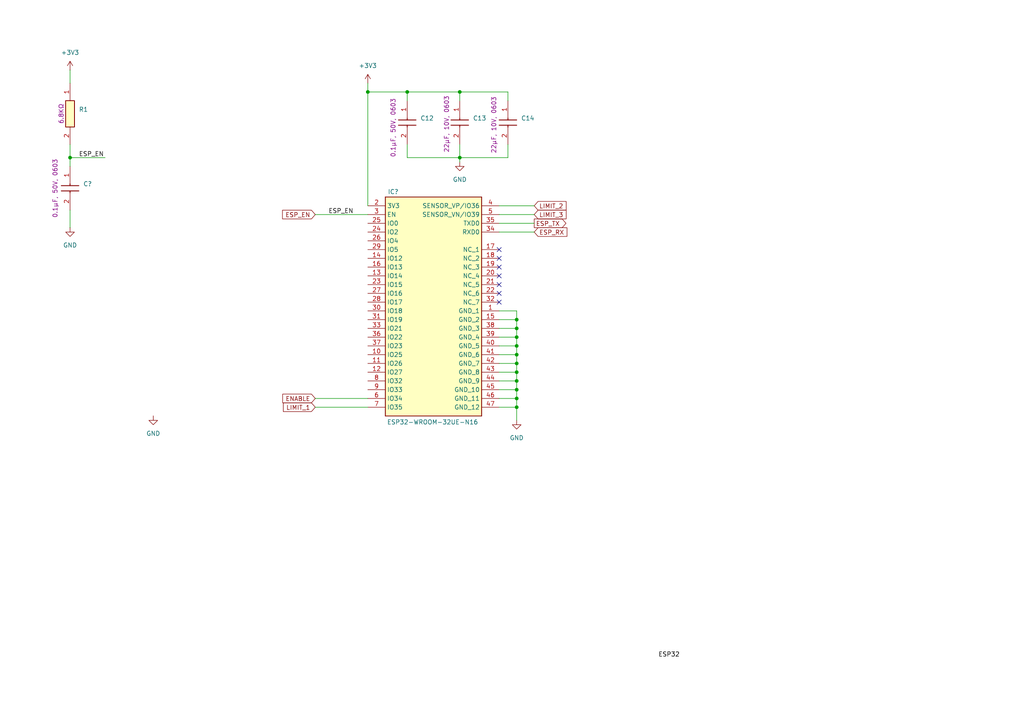
<source format=kicad_sch>
(kicad_sch (version 20250114) (generator "eeschema") (generator_version "9.0")
  (paper "A4")
  (lib_symbols
    (symbol "COMPONENTS:CC0603104050AAAX7R" (pin_names (hide yes))
      (property "Reference" "C" (at 4.826 4.572 0))
      (property "Val" "0.1µF, 50V, 0603" (at 4.826 -4.318 0))
      (symbol "CC0603104050AAAX7R_1_1"
        (polyline (pts (xy 5.08 0) (xy 5.588 0)) (stroke (width 0.254)))
        (polyline (pts (xy 5.588 2.54) (xy 5.588 -2.54)) (stroke (width 0.254)))
        (polyline (pts (xy 7.112 2.54) (xy 7.112 -2.54)) (stroke (width 0.254)))
        (polyline (pts (xy 7.112 0) (xy 7.62 0)) (stroke (width 0.254)))
        (pin passive line (at 0 0 0) (length 5.08) (name "1") (number "1"))
        (pin passive line (at 12.7 0 180) (length 5.08) (name "2") (number "2"))
      )
    )
    (symbol "COMPONENTS:CC0603226010AABX5R" (pin_names (hide yes))
      (property "Reference" "C" (at 4.826 4.572 0))
      (property "Val" "22µF, 10V, 0603" (at 4.826 -4.318 0))
      (symbol "CC0603226010AABX5R_1_1"
        (polyline (pts (xy 5.08 0) (xy 5.588 0)) (stroke (width 0.254)))
        (polyline (pts (xy 5.588 2.54) (xy 5.588 -2.54)) (stroke (width 0.254)))
        (polyline (pts (xy 7.112 2.54) (xy 7.112 -2.54)) (stroke (width 0.254)))
        (polyline (pts (xy 7.112 0) (xy 7.62 0)) (stroke (width 0.254)))
        (pin passive line (at 0 0 0) (length 5.08) (name "1") (number "1"))
        (pin passive line (at 12.7 0 180) (length 5.08) (name "2") (number "2"))
      )
    )
    (symbol "COMPONENTS:ESP32-WROOM-32UE-N16"
      (property "Reference" "IC" (at 5.334 2.032 0))
      (property "Value" "ESP32-WROOM-32UE-N16" (at 5.334 -64.516 0))
      (symbol "ESP32-WROOM-32UE-N16_1_1"
        (rectangle (start 5.08 0) (end 33.02 -63.5) (stroke (width 0.254)) (fill (type background)))
        (pin passive line (at 0 -2.54 0) (length 5.08) (name "3V3") (number "2"))
        (pin passive line (at 0 -5.08 0) (length 5.08) (name "EN") (number "3"))
        (pin bidirectional line (at 0 -7.62 0) (length 5.08) (name "IO0") (number "25"))
        (pin bidirectional line (at 0 -10.16 0) (length 5.08) (name "IO2") (number "24"))
        (pin bidirectional line (at 0 -12.7 0) (length 5.08) (name "IO4") (number "26"))
        (pin bidirectional line (at 0 -15.24 0) (length 5.08) (name "IO5") (number "29"))
        (pin bidirectional line (at 0 -17.78 0) (length 5.08) (name "IO12") (number "14"))
        (pin bidirectional line (at 0 -20.32 0) (length 5.08) (name "IO13") (number "16"))
        (pin bidirectional line (at 0 -22.86 0) (length 5.08) (name "IO14") (number "13"))
        (pin bidirectional line (at 0 -25.4 0) (length 5.08) (name "IO15") (number "23"))
        (pin bidirectional line (at 0 -27.94 0) (length 5.08) (name "IO16") (number "27"))
        (pin bidirectional line (at 0 -30.48 0) (length 5.08) (name "IO17") (number "28"))
        (pin bidirectional line (at 0 -33.02 0) (length 5.08) (name "IO18") (number "30"))
        (pin bidirectional line (at 0 -35.56 0) (length 5.08) (name "IO19") (number "31"))
        (pin bidirectional line (at 0 -38.1 0) (length 5.08) (name "IO21") (number "33"))
        (pin bidirectional line (at 0 -40.64 0) (length 5.08) (name "IO22") (number "36"))
        (pin bidirectional line (at 0 -43.18 0) (length 5.08) (name "IO23") (number "37"))
        (pin bidirectional line (at 0 -45.72 0) (length 5.08) (name "IO25") (number "10"))
        (pin bidirectional line (at 0 -48.26 0) (length 5.08) (name "IO26") (number "11"))
        (pin bidirectional line (at 0 -50.8 0) (length 5.08) (name "IO27") (number "12"))
        (pin bidirectional line (at 0 -53.34 0) (length 5.08) (name "IO32") (number "8"))
        (pin bidirectional line (at 0 -55.88 0) (length 5.08) (name "IO33") (number "9"))
        (pin bidirectional line (at 0 -58.42 0) (length 5.08) (name "IO34") (number "6"))
        (pin bidirectional line (at 0 -60.96 0) (length 5.08) (name "IO35") (number "7"))
        (pin input line (at 38.1 -2.54 180) (length 5.08) (name "SENSOR_VP/IO36") (number "4"))
        (pin input line (at 38.1 -5.08 180) (length 5.08) (name "SENSOR_VN/IO39") (number "5"))
        (pin passive line (at 38.1 -7.62 180) (length 5.08) (name "TXD0") (number "35"))
        (pin passive line (at 38.1 -10.16 180) (length 5.08) (name "RXD0") (number "34"))
        (pin passive line (at 38.1 -15.24 180) (length 5.08) (name "NC_1") (number "17"))
        (pin passive line (at 38.1 -17.78 180) (length 5.08) (name "NC_2") (number "18"))
        (pin passive line (at 38.1 -20.32 180) (length 5.08) (name "NC_3") (number "19"))
        (pin passive line (at 38.1 -22.86 180) (length 5.08) (name "NC_4") (number "20"))
        (pin passive line (at 38.1 -25.4 180) (length 5.08) (name "NC_5") (number "21"))
        (pin passive line (at 38.1 -27.94 180) (length 5.08) (name "NC_6") (number "22"))
        (pin passive line (at 38.1 -30.48 180) (length 5.08) (name "NC_7") (number "32"))
        (pin passive line (at 38.1 -33.02 180) (length 5.08) (name "GND_1") (number "1"))
        (pin passive line (at 38.1 -35.56 180) (length 5.08) (name "GND_2") (number "15"))
        (pin passive line (at 38.1 -38.1 180) (length 5.08) (name "GND_3") (number "38"))
        (pin passive line (at 38.1 -40.64 180) (length 5.08) (name "GND_4") (number "39"))
        (pin passive line (at 38.1 -43.18 180) (length 5.08) (name "GND_5") (number "40"))
        (pin passive line (at 38.1 -45.72 180) (length 5.08) (name "GND_6") (number "41"))
        (pin passive line (at 38.1 -48.26 180) (length 5.08) (name "GND_7") (number "42"))
        (pin passive line (at 38.1 -50.8 180) (length 5.08) (name "GND_8") (number "43"))
        (pin passive line (at 38.1 -53.34 180) (length 5.08) (name "GND_9") (number "44"))
        (pin passive line (at 38.1 -55.88 180) (length 5.08) (name "GND_10") (number "45"))
        (pin passive line (at 38.1 -58.42 180) (length 5.08) (name "GND_11") (number "46"))
        (pin passive line (at 38.1 -60.96 180) (length 5.08) (name "GND_12") (number "47"))
      )
    )
    (symbol "COMPONENTS:RC0603682075AAA" (pin_names (hide yes))
      (property "Reference" "R" (at 5.08 3.048 0))
      (property "Val" "6.8KΩ" (at 8.89 -2.54 0))
      (symbol "RC0603682075AAA_1_1"
        (rectangle (start 5.08 1.27) (end 12.7 -1.27) (stroke (width 0.254)) (fill (type background)))
        (pin passive line (at 0 0 0) (length 5.08) (name "1") (number "1"))
        (pin passive line (at 17.78 0 180) (length 5.08) (name "2") (number "2"))
      )
    )
    (symbol "power:+3V3" (power) (pin_numbers (hide yes)) (pin_names (offset 0) (hide yes))
      (property "Value" "+3V3" (at 0 3.556 0))
      (symbol "+3V3_0_1"
        (polyline (pts (xy -0.762 1.27) (xy 0 2.54)))
        (polyline (pts (xy 0 2.54) (xy 0.762 1.27)))
        (polyline (pts (xy 0 0) (xy 0 2.54)))
      )
      (symbol "+3V3_1_1"
        (pin power_in line (at 0 0 90) (length 0) (name "~") (number "1"))
      )
    )
    (symbol "power:GND" (power) (pin_numbers (hide yes)) (pin_names (offset 0) (hide yes))
      (property "Value" "GND" (at 0 -3.81 0))
      (symbol "GND_0_1"
        (polyline (pts (xy 0 0) (xy 0 -1.27) (xy 1.27 -1.27) (xy 0 -2.54) (xy -1.27 -1.27) (xy 0 -1.27)))
      )
      (symbol "GND_1_1"
        (pin power_in line (at 0 0 270) (length 0) (name "~") (number "1"))
      )
    )
  )
  (text "ESP32" (exclude_from_sim yes) (at 194.056 189.992 0) (effects (font (size 1.27 1.27))))
  (junction (at 149.86 115.57))
  (junction (at 149.86 110.49))
  (junction (at 20.32 45.72))
  (junction (at 149.86 107.95))
  (junction (at 118.11 26.67))
  (junction (at 149.86 102.87))
  (junction (at 149.86 113.03))
  (junction (at 133.35 45.72))
  (junction (at 149.86 118.11))
  (junction (at 149.86 97.79))
  (junction (at 149.86 105.41))
  (junction (at 133.35 26.67))
  (junction (at 149.86 92.71))
  (junction (at 149.86 100.33))
  (junction (at 106.68 26.67))
  (junction (at 149.86 95.25))
  (no_connect (at 144.78 82.55))
  (no_connect (at 144.78 72.39))
  (no_connect (at 144.78 80.01))
  (no_connect (at 144.78 85.09))
  (no_connect (at 144.78 74.93))
  (no_connect (at 144.78 87.63))
  (no_connect (at 144.78 77.47))
  (wire (pts (xy 144.78 115.57) (xy 149.86 115.57)))
  (wire (pts (xy 147.32 26.67) (xy 133.35 26.67)))
  (wire (pts (xy 149.86 107.95) (xy 149.86 110.49)))
  (wire (pts (xy 91.44 118.11) (xy 106.68 118.11)))
  (wire (pts (xy 144.78 118.11) (xy 149.86 118.11)))
  (wire (pts (xy 144.78 110.49) (xy 149.86 110.49)))
  (wire (pts (xy 149.86 95.25) (xy 149.86 97.79)))
  (wire (pts (xy 149.86 90.17) (xy 149.86 92.71)))
  (wire (pts (xy 118.11 41.91) (xy 118.11 45.72)))
  (wire (pts (xy 144.78 97.79) (xy 149.86 97.79)))
  (wire (pts (xy 20.32 41.91) (xy 20.32 45.72)))
  (wire (pts (xy 91.44 115.57) (xy 106.68 115.57)))
  (wire (pts (xy 149.86 102.87) (xy 149.86 105.41)))
  (wire (pts (xy 149.86 92.71) (xy 149.86 95.25)))
  (wire (pts (xy 144.78 100.33) (xy 149.86 100.33)))
  (wire (pts (xy 144.78 92.71) (xy 149.86 92.71)))
  (wire (pts (xy 20.32 20.32) (xy 20.32 24.13)))
  (wire (pts (xy 20.32 45.72) (xy 30.48 45.72)))
  (wire (pts (xy 149.86 118.11) (xy 149.86 121.92)))
  (wire (pts (xy 20.32 60.96) (xy 20.32 66.04)))
  (wire (pts (xy 118.11 26.67) (xy 118.11 29.21)))
  (wire (pts (xy 91.44 62.23) (xy 106.68 62.23)))
  (wire (pts (xy 149.86 100.33) (xy 149.86 102.87)))
  (wire (pts (xy 149.86 97.79) (xy 149.86 100.33)))
  (wire (pts (xy 20.32 45.72) (xy 20.32 48.26)))
  (wire (pts (xy 106.68 26.67) (xy 118.11 26.67)))
  (wire (pts (xy 149.86 110.49) (xy 149.86 113.03)))
  (wire (pts (xy 154.94 67.31) (xy 144.78 67.31)))
  (wire (pts (xy 144.78 102.87) (xy 149.86 102.87)))
  (wire (pts (xy 133.35 29.21) (xy 133.35 26.67)))
  (wire (pts (xy 144.78 107.95) (xy 149.86 107.95)))
  (wire (pts (xy 147.32 29.21) (xy 147.32 26.67)))
  (wire (pts (xy 133.35 41.91) (xy 133.35 45.72)))
  (wire (pts (xy 144.78 59.69) (xy 154.94 59.69)))
  (wire (pts (xy 144.78 90.17) (xy 149.86 90.17)))
  (wire (pts (xy 144.78 105.41) (xy 149.86 105.41)))
  (wire (pts (xy 133.35 26.67) (xy 118.11 26.67)))
  (wire (pts (xy 149.86 115.57) (xy 149.86 118.11)))
  (wire (pts (xy 133.35 45.72) (xy 133.35 46.99)))
  (wire (pts (xy 149.86 105.41) (xy 149.86 107.95)))
  (wire (pts (xy 149.86 113.03) (xy 149.86 115.57)))
  (wire (pts (xy 144.78 95.25) (xy 149.86 95.25)))
  (wire (pts (xy 144.78 64.77) (xy 154.94 64.77)))
  (wire (pts (xy 144.78 62.23) (xy 154.94 62.23)))
  (wire (pts (xy 106.68 24.13) (xy 106.68 26.67)))
  (wire (pts (xy 118.11 45.72) (xy 133.35 45.72)))
  (wire (pts (xy 147.32 41.91) (xy 147.32 45.72)))
  (wire (pts (xy 106.68 26.67) (xy 106.68 59.69)))
  (wire (pts (xy 147.32 45.72) (xy 133.35 45.72)))
  (wire (pts (xy 144.78 113.03) (xy 149.86 113.03)))
  (label "ESP_EN" (at 95.25 62.23 0))
  (label "ESP_EN" (at 22.86 45.72 0))
  (global_label "ESP_TX" (shape output) (at 154.94 64.77 0) (property "Intersheetrefs" "${INTERSHEET_REFS}" (effects (hide yes))))
  (global_label "LIMIT_3" (shape input) (at 154.94 62.23 0) (property "Intersheetrefs" "${INTERSHEET_REFS}" (effects (hide yes))))
  (global_label "ENABLE" (shape input) (at 91.44 115.57 180) (property "Intersheetrefs" "${INTERSHEET_REFS}" (effects (hide yes))))
  (global_label "LIMIT_1" (shape input) (at 91.44 118.11 180) (property "Intersheetrefs" "${INTERSHEET_REFS}" (effects (hide yes))))
  (global_label "ESP_RX" (shape input) (at 154.94 67.31 0) (property "Intersheetrefs" "${INTERSHEET_REFS}" (effects (hide yes))))
  (global_label "LIMIT_2" (shape input) (at 154.94 59.69 0) (property "Intersheetrefs" "${INTERSHEET_REFS}" (effects (hide yes))))
  (global_label "ESP_EN" (shape input) (at 91.44 62.23 180) (property "Intersheetrefs" "${INTERSHEET_REFS}" (effects (hide yes))))
  (symbol (lib_id "power:+3V3") (at 106.68 24.13 0) (unit 1)
    (property "Reference" "#PWR16" (effects (hide yes)))
    (property "Value" "+3V3" (at 106.68 19.05 0))
    (property "Description" "Power symbol creates a global label with name \"+3V3\"" (effects (hide yes)))
  )
  (symbol (lib_id "power:GND") (at 133.35 46.99 0) (unit 1)
    (property "Reference" "#PWR?" (effects (hide yes)))
    (property "Value" "GND" (at 133.35 52.07 0))
    (property "Description" "Power symbol creates a global label with name \"GND\" , ground" (effects (hide yes)))
  )
  (symbol (lib_id "COMPONENTS:CC0603226010AABX5R") (at 147.32 29.21 270) (unit 1)
    (property "Reference" "C14" (at 151.13 34.2899 90) (effects (justify left)))
    (property "Value" "CC0603226010AABX5R" (effects (hide yes)))
    (property "Footprint" "COMPONENTS:CAP-0603" (effects (hide yes)))
    (property "Description" "Capacitor, Chip, 0603, 22µF, 10V, 20%, X5R, -55°C to 85°C, RoHS" (effects (hide yes)))
    (property "Manufacturer 1" "Murata" (effects (hide yes)))
    (property "Manufacturer 1 P/N" "GRM188R61A226ME15D" (effects (hide yes)))
    (property "Vendor 1a" "Mouser" (effects (hide yes)))
    (property "Vendor 1a P/N" "81-GRM188R61A226ME5D" (effects (hide yes)))
    (property "Vendor 1a Cost LV" "0.10" (effects (hide yes)))
    (property "Vendor 1a Cost HV" "0.023" (effects (hide yes)))
    (property "Val" "22µF, 10V, 0603" (at 143.256 27.94 0) (effects (justify left)))
  )
  (symbol (lib_id "power:GND") (at 44.45 120.65 0) (unit 1)
    (property "Reference" "#PWR?" (effects (hide yes)))
    (property "Value" "GND" (at 44.45 125.73 0))
    (property "Description" "Power symbol creates a global label with name \"GND\" , ground" (effects (hide yes)))
  )
  (symbol (lib_id "COMPONENTS:CC0603104050AAAX7R") (at 118.11 29.21 270) (unit 1)
    (property "Reference" "C12" (at 121.92 34.2899 90) (effects (justify left)))
    (property "Value" "CC0603104050AAAX7R" (effects (hide yes)))
    (property "Footprint" "COMPONENTS:CAP-0603" (effects (hide yes)))
    (property "Description" "Capacitor, Chip, 0603, 10µF, 50V, 10%, X7R, -55°C to 125°C, RoHS" (effects (hide yes)))
    (property "Manufacturer 1" "Yageo" (effects (hide yes)))
    (property "Manufacturer 1 P/N" "CC0603KRX7R9BB104" (effects (hide yes)))
    (property "Vendor 1a" "Mouser" (effects (hide yes)))
    (property "Vendor 1a P/N" "603-CC603KRX7R9BB104" (effects (hide yes)))
    (property "Vendor 1a Cost LV" "0.10" (effects (hide yes)))
    (property "Vendor 1a Cost HV" "0.012" (effects (hide yes)))
    (property "Val" "0.1µF, 50V, 0603" (at 114.046 28.448 0) (effects (justify left)))
  )
  (symbol (lib_id "power:GND") (at 149.86 121.92 0) (unit 1)
    (property "Reference" "#PWR?" (effects (hide yes)))
    (property "Value" "GND" (at 149.86 127 0))
    (property "Description" "Power symbol creates a global label with name \"GND\" , ground" (effects (hide yes)))
  )
  (symbol (lib_id "COMPONENTS:CC0603104050AAAX7R") (at 20.32 48.26 270) (unit 1)
    (property "Reference" "C?" (at 24.13 53.3399 90) (effects (justify left)))
    (property "Value" "CC0603104050AAAX7R" (effects (hide yes)))
    (property "Footprint" "COMPONENTS:CAP-0603" (effects (hide yes)))
    (property "Description" "Capacitor, Chip, 0603, 10µF, 50V, 10%, X7R, -55°C to 125°C, RoHS" (effects (hide yes)))
    (property "Manufacturer 1" "Yageo" (effects (hide yes)))
    (property "Manufacturer 1 P/N" "CC0603KRX7R9BB104" (effects (hide yes)))
    (property "Vendor 1a" "Mouser" (effects (hide yes)))
    (property "Vendor 1a P/N" "603-CC603KRX7R9BB104" (effects (hide yes)))
    (property "Vendor 1a Cost LV" "0.10" (effects (hide yes)))
    (property "Vendor 1a Cost HV" "0.012" (effects (hide yes)))
    (property "Val" "0.1µF, 50V, 0603" (at 16.002 54.61 0))
  )
  (symbol (lib_id "COMPONENTS:RC0603682075AAA") (at 20.32 24.13 270) (unit 1)
    (property "Reference" "R1" (at 22.86 31.7499 90) (effects (justify left)))
    (property "Value" "RC0603682075AAA" (effects (hide yes)))
    (property "Footprint" "COMPONENTS:RES-0603" (effects (hide yes)))
    (property "Description" "Resistor, Chip, 0603, 6.8KΩ, 75V, 0.1%, -55°C to 155°C, RoHS, AEC-Q200" (effects (hide yes)))
    (property "Manufacturer 1" "Panasonic" (effects (hide yes)))
    (property "Manufacturer 1 P/N" "ERA-3AEB682V" (effects (hide yes)))
    (property "Vendor 1a" "Mouser" (effects (hide yes)))
    (property "Vendor 1a P/N" "667-ERA-3AEB682V" (effects (hide yes)))
    (property "Vendor 1a Cost LV" "0.10" (effects (hide yes)))
    (property "Vendor 1a Cost HV" "0.043" (effects (hide yes)))
    (property "Val" "6.8KΩ" (at 17.78 29.972 0) (effects (justify left)))
  )
  (symbol (lib_id "power:+3V3") (at 20.32 20.32 0) (unit 1)
    (property "Reference" "#PWR?" (effects (hide yes)))
    (property "Value" "+3V3" (at 20.32 15.24 0))
    (property "Description" "Power symbol creates a global label with name \"+3V3\"" (effects (hide yes)))
  )
  (symbol (lib_id "power:GND") (at 20.32 66.04 0) (unit 1)
    (property "Reference" "#PWR?" (effects (hide yes)))
    (property "Value" "GND" (at 20.32 71.12 0))
    (property "Description" "Power symbol creates a global label with name \"GND\" , ground" (effects (hide yes)))
  )
  (symbol (lib_id "COMPONENTS:ESP32-WROOM-32UE-N16") (at 106.68 57.15 0) (unit 1)
    (property "Reference" "IC?" (at 114.046 55.626 0))
    (property "Value" "ESP32-WROOM-32UE-N16" (at 125.476 122.428 0))
    (property "Footprint" "COMPONENTS:ESP32WROOM32UE" (effects (hide yes)))
    (property "Description" "Multiprotocol Modules, 16 MB SPI flash, IPEX antenna connector, -40°C to 85°C, RoHS" (effects (hide yes)))
    (property "Manufacturer 1" "Espressif" (effects (hide yes)))
    (property "Manufacturer 1 P/N" "ESP32-WROOM-32UE-N16" (effects (hide yes)))
    (property "Vendor 1a" "Mouser" (effects (hide yes)))
    (property "Vendor 1a P/N" "356-ESP32WRM32UE28UH" (effects (hide yes)))
    (property "Vendor 1a Cost LV" "6.71" (effects (hide yes)))
    (property "Vendor 1a Cost HV" "3.98" (effects (hide yes)))
  )
  (symbol (lib_id "COMPONENTS:CC0603226010AABX5R") (at 133.35 29.21 270) (unit 1)
    (property "Reference" "C13" (at 137.16 34.2899 90) (effects (justify left)))
    (property "Value" "CC0603226010AABX5R" (effects (hide yes)))
    (property "Footprint" "COMPONENTS:CAP-0603" (effects (hide yes)))
    (property "Description" "Capacitor, Chip, 0603, 22µF, 10V, 20%, X5R, -55°C to 85°C, RoHS" (effects (hide yes)))
    (property "Manufacturer 1" "Murata" (effects (hide yes)))
    (property "Manufacturer 1 P/N" "GRM188R61A226ME15D" (effects (hide yes)))
    (property "Vendor 1a" "Mouser" (effects (hide yes)))
    (property "Vendor 1a P/N" "81-GRM188R61A226ME5D" (effects (hide yes)))
    (property "Vendor 1a Cost LV" "0.10" (effects (hide yes)))
    (property "Vendor 1a Cost HV" "0.023" (effects (hide yes)))
    (property "Val" "22µF, 10V, 0603" (at 129.54 27.686 0) (effects (justify left)))
  )
)
</source>
